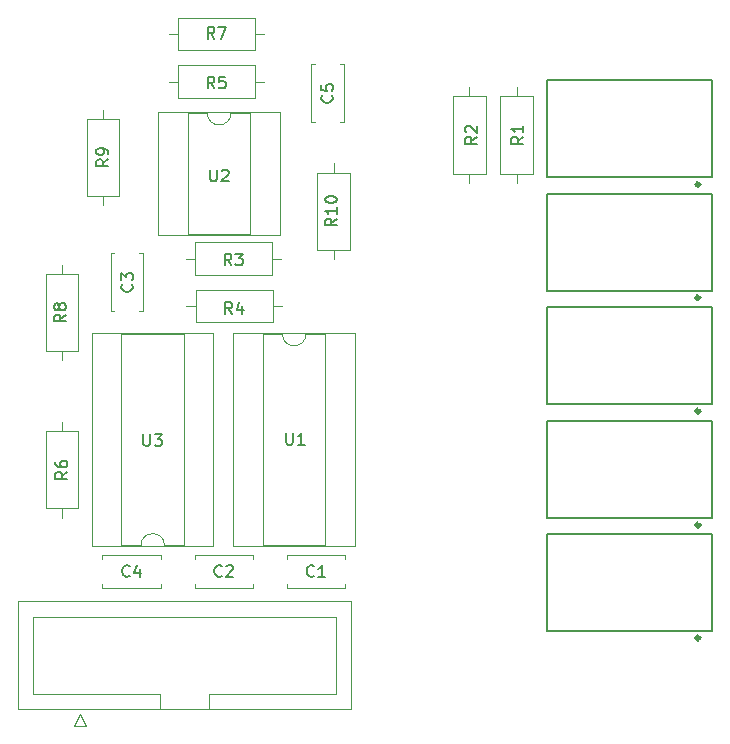
<source format=gbr>
G04 #@! TF.GenerationSoftware,KiCad,Pcbnew,(5.1.6)-1*
G04 #@! TF.CreationDate,2020-11-07T02:00:21+01:00*
G04 #@! TF.ProjectId,Mouse module 2,4d6f7573-6520-46d6-9f64-756c6520322e,rev?*
G04 #@! TF.SameCoordinates,Original*
G04 #@! TF.FileFunction,Legend,Top*
G04 #@! TF.FilePolarity,Positive*
%FSLAX46Y46*%
G04 Gerber Fmt 4.6, Leading zero omitted, Abs format (unit mm)*
G04 Created by KiCad (PCBNEW (5.1.6)-1) date 2020-11-07 02:00:21*
%MOMM*%
%LPD*%
G01*
G04 APERTURE LIST*
%ADD10C,0.340000*%
%ADD11C,0.127000*%
%ADD12C,0.120000*%
%ADD13C,0.150000*%
G04 APERTURE END LIST*
D10*
X85508000Y-75100000D02*
G75*
G03*
X85508000Y-75100000I-170000J0D01*
G01*
D11*
X86538000Y-74200000D02*
X86538000Y-74500000D01*
X86538000Y-68200000D02*
X86538000Y-74200000D01*
X86538000Y-66300000D02*
X86538000Y-68200000D01*
X72538000Y-66300000D02*
X86538000Y-66300000D01*
X72538000Y-74500000D02*
X72538000Y-66300000D01*
X86538000Y-74500000D02*
X72538000Y-74500000D01*
D10*
X85508000Y-65550000D02*
G75*
G03*
X85508000Y-65550000I-170000J0D01*
G01*
D11*
X86538000Y-64650000D02*
X86538000Y-64950000D01*
X86538000Y-58650000D02*
X86538000Y-64650000D01*
X86538000Y-56750000D02*
X86538000Y-58650000D01*
X72538000Y-56750000D02*
X86538000Y-56750000D01*
X72538000Y-64950000D02*
X72538000Y-56750000D01*
X86538000Y-64950000D02*
X72538000Y-64950000D01*
D10*
X85508000Y-55900000D02*
G75*
G03*
X85508000Y-55900000I-170000J0D01*
G01*
D11*
X86538000Y-55000000D02*
X86538000Y-55300000D01*
X86538000Y-49000000D02*
X86538000Y-55000000D01*
X86538000Y-47100000D02*
X86538000Y-49000000D01*
X72538000Y-47100000D02*
X86538000Y-47100000D01*
X72538000Y-55300000D02*
X72538000Y-47100000D01*
X86538000Y-55300000D02*
X72538000Y-55300000D01*
D10*
X85508000Y-46300000D02*
G75*
G03*
X85508000Y-46300000I-170000J0D01*
G01*
D11*
X86538000Y-45400000D02*
X86538000Y-45700000D01*
X86538000Y-39400000D02*
X86538000Y-45400000D01*
X86538000Y-37500000D02*
X86538000Y-39400000D01*
X72538000Y-37500000D02*
X86538000Y-37500000D01*
X72538000Y-45700000D02*
X72538000Y-37500000D01*
X86538000Y-45700000D02*
X72538000Y-45700000D01*
D10*
X85508000Y-36700000D02*
G75*
G03*
X85508000Y-36700000I-170000J0D01*
G01*
D11*
X86538000Y-35800000D02*
X86538000Y-36100000D01*
X86538000Y-29800000D02*
X86538000Y-35800000D01*
X86538000Y-27900000D02*
X86538000Y-29800000D01*
X72538000Y-27900000D02*
X86538000Y-27900000D01*
X72538000Y-36100000D02*
X72538000Y-27900000D01*
X86538000Y-36100000D02*
X72538000Y-36100000D01*
D12*
X50530000Y-68130000D02*
X55470000Y-68130000D01*
X50530000Y-70870000D02*
X55470000Y-70870000D01*
X50530000Y-68130000D02*
X50530000Y-68445000D01*
X50530000Y-70555000D02*
X50530000Y-70870000D01*
X55470000Y-68130000D02*
X55470000Y-68445000D01*
X55470000Y-70555000D02*
X55470000Y-70870000D01*
X47670000Y-70870000D02*
X42730000Y-70870000D01*
X47670000Y-68130000D02*
X42730000Y-68130000D01*
X47670000Y-70870000D02*
X47670000Y-70555000D01*
X47670000Y-68445000D02*
X47670000Y-68130000D01*
X42730000Y-70870000D02*
X42730000Y-70555000D01*
X42730000Y-68445000D02*
X42730000Y-68130000D01*
X38055000Y-42530000D02*
X38370000Y-42530000D01*
X35630000Y-42530000D02*
X35945000Y-42530000D01*
X38055000Y-47470000D02*
X38370000Y-47470000D01*
X35630000Y-47470000D02*
X35945000Y-47470000D01*
X38370000Y-47470000D02*
X38370000Y-42530000D01*
X35630000Y-47470000D02*
X35630000Y-42530000D01*
X39870000Y-70555000D02*
X39870000Y-70870000D01*
X39870000Y-68130000D02*
X39870000Y-68445000D01*
X34930000Y-70555000D02*
X34930000Y-70870000D01*
X34930000Y-68130000D02*
X34930000Y-68445000D01*
X34930000Y-70870000D02*
X39870000Y-70870000D01*
X34930000Y-68130000D02*
X39870000Y-68130000D01*
X55370000Y-26530000D02*
X55370000Y-31470000D01*
X52630000Y-26530000D02*
X52630000Y-31470000D01*
X55370000Y-26530000D02*
X55055000Y-26530000D01*
X52945000Y-26530000D02*
X52630000Y-26530000D01*
X55370000Y-31470000D02*
X55055000Y-31470000D01*
X52945000Y-31470000D02*
X52630000Y-31470000D01*
X27790000Y-81140000D02*
X27790000Y-72020000D01*
X27790000Y-72020000D02*
X55990000Y-72020000D01*
X55990000Y-72020000D02*
X55990000Y-81140000D01*
X55990000Y-81140000D02*
X27790000Y-81140000D01*
X39840000Y-81140000D02*
X39840000Y-79830000D01*
X39840000Y-79830000D02*
X29090000Y-79830000D01*
X29090000Y-79830000D02*
X29090000Y-73330000D01*
X29090000Y-73330000D02*
X54690000Y-73330000D01*
X54690000Y-73330000D02*
X54690000Y-79830000D01*
X54690000Y-79830000D02*
X43940000Y-79830000D01*
X43940000Y-79830000D02*
X43940000Y-79830000D01*
X43940000Y-79830000D02*
X43940000Y-81140000D01*
X33000000Y-81530000D02*
X32500000Y-82530000D01*
X32500000Y-82530000D02*
X33500000Y-82530000D01*
X33500000Y-82530000D02*
X33000000Y-81530000D01*
X70000000Y-36560000D02*
X70000000Y-35790000D01*
X70000000Y-28480000D02*
X70000000Y-29250000D01*
X71370000Y-35790000D02*
X71370000Y-29250000D01*
X68630000Y-35790000D02*
X71370000Y-35790000D01*
X68630000Y-29250000D02*
X68630000Y-35790000D01*
X71370000Y-29250000D02*
X68630000Y-29250000D01*
X64630000Y-35790000D02*
X67370000Y-35790000D01*
X67370000Y-35790000D02*
X67370000Y-29250000D01*
X67370000Y-29250000D02*
X64630000Y-29250000D01*
X64630000Y-29250000D02*
X64630000Y-35790000D01*
X66000000Y-36560000D02*
X66000000Y-35790000D01*
X66000000Y-28480000D02*
X66000000Y-29250000D01*
X49290000Y-44370000D02*
X49290000Y-41630000D01*
X49290000Y-41630000D02*
X42750000Y-41630000D01*
X42750000Y-41630000D02*
X42750000Y-44370000D01*
X42750000Y-44370000D02*
X49290000Y-44370000D01*
X50060000Y-43000000D02*
X49290000Y-43000000D01*
X41980000Y-43000000D02*
X42750000Y-43000000D01*
X42810000Y-45630000D02*
X42810000Y-48370000D01*
X42810000Y-48370000D02*
X49350000Y-48370000D01*
X49350000Y-48370000D02*
X49350000Y-45630000D01*
X49350000Y-45630000D02*
X42810000Y-45630000D01*
X42040000Y-47000000D02*
X42810000Y-47000000D01*
X50120000Y-47000000D02*
X49350000Y-47000000D01*
X41310000Y-26630000D02*
X41310000Y-29370000D01*
X41310000Y-29370000D02*
X47850000Y-29370000D01*
X47850000Y-29370000D02*
X47850000Y-26630000D01*
X47850000Y-26630000D02*
X41310000Y-26630000D01*
X40540000Y-28000000D02*
X41310000Y-28000000D01*
X48620000Y-28000000D02*
X47850000Y-28000000D01*
X31500000Y-64920000D02*
X31500000Y-64150000D01*
X31500000Y-56840000D02*
X31500000Y-57610000D01*
X32870000Y-64150000D02*
X32870000Y-57610000D01*
X30130000Y-64150000D02*
X32870000Y-64150000D01*
X30130000Y-57610000D02*
X30130000Y-64150000D01*
X32870000Y-57610000D02*
X30130000Y-57610000D01*
X41310000Y-22630000D02*
X41310000Y-25370000D01*
X41310000Y-25370000D02*
X47850000Y-25370000D01*
X47850000Y-25370000D02*
X47850000Y-22630000D01*
X47850000Y-22630000D02*
X41310000Y-22630000D01*
X40540000Y-24000000D02*
X41310000Y-24000000D01*
X48620000Y-24000000D02*
X47850000Y-24000000D01*
X31500000Y-51620000D02*
X31500000Y-50850000D01*
X31500000Y-43540000D02*
X31500000Y-44310000D01*
X32870000Y-50850000D02*
X32870000Y-44310000D01*
X30130000Y-50850000D02*
X32870000Y-50850000D01*
X30130000Y-44310000D02*
X30130000Y-50850000D01*
X32870000Y-44310000D02*
X30130000Y-44310000D01*
X35000000Y-30380000D02*
X35000000Y-31150000D01*
X35000000Y-38460000D02*
X35000000Y-37690000D01*
X33630000Y-31150000D02*
X33630000Y-37690000D01*
X36370000Y-31150000D02*
X33630000Y-31150000D01*
X36370000Y-37690000D02*
X36370000Y-31150000D01*
X33630000Y-37690000D02*
X36370000Y-37690000D01*
X54500000Y-43020000D02*
X54500000Y-42250000D01*
X54500000Y-34940000D02*
X54500000Y-35710000D01*
X55870000Y-42250000D02*
X55870000Y-35710000D01*
X53130000Y-42250000D02*
X55870000Y-42250000D01*
X53130000Y-35710000D02*
X53130000Y-42250000D01*
X55870000Y-35710000D02*
X53130000Y-35710000D01*
X50160000Y-49370000D02*
X48510000Y-49370000D01*
X48510000Y-49370000D02*
X48510000Y-67270000D01*
X48510000Y-67270000D02*
X53810000Y-67270000D01*
X53810000Y-67270000D02*
X53810000Y-49370000D01*
X53810000Y-49370000D02*
X52160000Y-49370000D01*
X46020000Y-49310000D02*
X46020000Y-67330000D01*
X46020000Y-67330000D02*
X56300000Y-67330000D01*
X56300000Y-67330000D02*
X56300000Y-49310000D01*
X56300000Y-49310000D02*
X46020000Y-49310000D01*
X52160000Y-49370000D02*
G75*
G02*
X50160000Y-49370000I-1000000J0D01*
G01*
X43810000Y-30670000D02*
X42160000Y-30670000D01*
X42160000Y-30670000D02*
X42160000Y-40950000D01*
X42160000Y-40950000D02*
X47460000Y-40950000D01*
X47460000Y-40950000D02*
X47460000Y-30670000D01*
X47460000Y-30670000D02*
X45810000Y-30670000D01*
X39670000Y-30610000D02*
X39670000Y-41010000D01*
X39670000Y-41010000D02*
X49950000Y-41010000D01*
X49950000Y-41010000D02*
X49950000Y-30610000D01*
X49950000Y-30610000D02*
X39670000Y-30610000D01*
X45810000Y-30670000D02*
G75*
G02*
X43810000Y-30670000I-1000000J0D01*
G01*
X34050000Y-67340000D02*
X44330000Y-67340000D01*
X34050000Y-49320000D02*
X34050000Y-67340000D01*
X44330000Y-49320000D02*
X34050000Y-49320000D01*
X44330000Y-67340000D02*
X44330000Y-49320000D01*
X36540000Y-67280000D02*
X38190000Y-67280000D01*
X36540000Y-49380000D02*
X36540000Y-67280000D01*
X41840000Y-49380000D02*
X36540000Y-49380000D01*
X41840000Y-67280000D02*
X41840000Y-49380000D01*
X40190000Y-67280000D02*
X41840000Y-67280000D01*
X38190000Y-67280000D02*
G75*
G02*
X40190000Y-67280000I1000000J0D01*
G01*
D13*
X52833333Y-69857142D02*
X52785714Y-69904761D01*
X52642857Y-69952380D01*
X52547619Y-69952380D01*
X52404761Y-69904761D01*
X52309523Y-69809523D01*
X52261904Y-69714285D01*
X52214285Y-69523809D01*
X52214285Y-69380952D01*
X52261904Y-69190476D01*
X52309523Y-69095238D01*
X52404761Y-69000000D01*
X52547619Y-68952380D01*
X52642857Y-68952380D01*
X52785714Y-69000000D01*
X52833333Y-69047619D01*
X53785714Y-69952380D02*
X53214285Y-69952380D01*
X53500000Y-69952380D02*
X53500000Y-68952380D01*
X53404761Y-69095238D01*
X53309523Y-69190476D01*
X53214285Y-69238095D01*
X45033333Y-69857142D02*
X44985714Y-69904761D01*
X44842857Y-69952380D01*
X44747619Y-69952380D01*
X44604761Y-69904761D01*
X44509523Y-69809523D01*
X44461904Y-69714285D01*
X44414285Y-69523809D01*
X44414285Y-69380952D01*
X44461904Y-69190476D01*
X44509523Y-69095238D01*
X44604761Y-69000000D01*
X44747619Y-68952380D01*
X44842857Y-68952380D01*
X44985714Y-69000000D01*
X45033333Y-69047619D01*
X45414285Y-69047619D02*
X45461904Y-69000000D01*
X45557142Y-68952380D01*
X45795238Y-68952380D01*
X45890476Y-69000000D01*
X45938095Y-69047619D01*
X45985714Y-69142857D01*
X45985714Y-69238095D01*
X45938095Y-69380952D01*
X45366666Y-69952380D01*
X45985714Y-69952380D01*
X37407142Y-45166666D02*
X37454761Y-45214285D01*
X37502380Y-45357142D01*
X37502380Y-45452380D01*
X37454761Y-45595238D01*
X37359523Y-45690476D01*
X37264285Y-45738095D01*
X37073809Y-45785714D01*
X36930952Y-45785714D01*
X36740476Y-45738095D01*
X36645238Y-45690476D01*
X36550000Y-45595238D01*
X36502380Y-45452380D01*
X36502380Y-45357142D01*
X36550000Y-45214285D01*
X36597619Y-45166666D01*
X36502380Y-44833333D02*
X36502380Y-44214285D01*
X36883333Y-44547619D01*
X36883333Y-44404761D01*
X36930952Y-44309523D01*
X36978571Y-44261904D01*
X37073809Y-44214285D01*
X37311904Y-44214285D01*
X37407142Y-44261904D01*
X37454761Y-44309523D01*
X37502380Y-44404761D01*
X37502380Y-44690476D01*
X37454761Y-44785714D01*
X37407142Y-44833333D01*
X37233333Y-69857142D02*
X37185714Y-69904761D01*
X37042857Y-69952380D01*
X36947619Y-69952380D01*
X36804761Y-69904761D01*
X36709523Y-69809523D01*
X36661904Y-69714285D01*
X36614285Y-69523809D01*
X36614285Y-69380952D01*
X36661904Y-69190476D01*
X36709523Y-69095238D01*
X36804761Y-69000000D01*
X36947619Y-68952380D01*
X37042857Y-68952380D01*
X37185714Y-69000000D01*
X37233333Y-69047619D01*
X38090476Y-69285714D02*
X38090476Y-69952380D01*
X37852380Y-68904761D02*
X37614285Y-69619047D01*
X38233333Y-69619047D01*
X54357142Y-29166666D02*
X54404761Y-29214285D01*
X54452380Y-29357142D01*
X54452380Y-29452380D01*
X54404761Y-29595238D01*
X54309523Y-29690476D01*
X54214285Y-29738095D01*
X54023809Y-29785714D01*
X53880952Y-29785714D01*
X53690476Y-29738095D01*
X53595238Y-29690476D01*
X53500000Y-29595238D01*
X53452380Y-29452380D01*
X53452380Y-29357142D01*
X53500000Y-29214285D01*
X53547619Y-29166666D01*
X53452380Y-28261904D02*
X53452380Y-28738095D01*
X53928571Y-28785714D01*
X53880952Y-28738095D01*
X53833333Y-28642857D01*
X53833333Y-28404761D01*
X53880952Y-28309523D01*
X53928571Y-28261904D01*
X54023809Y-28214285D01*
X54261904Y-28214285D01*
X54357142Y-28261904D01*
X54404761Y-28309523D01*
X54452380Y-28404761D01*
X54452380Y-28642857D01*
X54404761Y-28738095D01*
X54357142Y-28785714D01*
X70552380Y-32686666D02*
X70076190Y-33020000D01*
X70552380Y-33258095D02*
X69552380Y-33258095D01*
X69552380Y-32877142D01*
X69600000Y-32781904D01*
X69647619Y-32734285D01*
X69742857Y-32686666D01*
X69885714Y-32686666D01*
X69980952Y-32734285D01*
X70028571Y-32781904D01*
X70076190Y-32877142D01*
X70076190Y-33258095D01*
X70552380Y-31734285D02*
X70552380Y-32305714D01*
X70552380Y-32020000D02*
X69552380Y-32020000D01*
X69695238Y-32115238D01*
X69790476Y-32210476D01*
X69838095Y-32305714D01*
X66627379Y-32686666D02*
X66151189Y-33020000D01*
X66627379Y-33258095D02*
X65627379Y-33258095D01*
X65627379Y-32877142D01*
X65674999Y-32781904D01*
X65722618Y-32734285D01*
X65817856Y-32686666D01*
X65960713Y-32686666D01*
X66055951Y-32734285D01*
X66103570Y-32781904D01*
X66151189Y-32877142D01*
X66151189Y-33258095D01*
X65722618Y-32305714D02*
X65674999Y-32258095D01*
X65627379Y-32162857D01*
X65627379Y-31924761D01*
X65674999Y-31829523D01*
X65722618Y-31781904D01*
X65817856Y-31734285D01*
X65913094Y-31734285D01*
X66055951Y-31781904D01*
X66627379Y-32353333D01*
X66627379Y-31734285D01*
X45853333Y-43577381D02*
X45520000Y-43101191D01*
X45281904Y-43577381D02*
X45281904Y-42577381D01*
X45662857Y-42577381D01*
X45758095Y-42625001D01*
X45805714Y-42672620D01*
X45853333Y-42767858D01*
X45853333Y-42910715D01*
X45805714Y-43005953D01*
X45758095Y-43053572D01*
X45662857Y-43101191D01*
X45281904Y-43101191D01*
X46186666Y-42577381D02*
X46805714Y-42577381D01*
X46472380Y-42958334D01*
X46615238Y-42958334D01*
X46710476Y-43005953D01*
X46758095Y-43053572D01*
X46805714Y-43148810D01*
X46805714Y-43386905D01*
X46758095Y-43482143D01*
X46710476Y-43529762D01*
X46615238Y-43577381D01*
X46329523Y-43577381D01*
X46234285Y-43529762D01*
X46186666Y-43482143D01*
X45908332Y-47677379D02*
X45574999Y-47201189D01*
X45336903Y-47677379D02*
X45336903Y-46677379D01*
X45717856Y-46677379D01*
X45813094Y-46724999D01*
X45860713Y-46772618D01*
X45908332Y-46867856D01*
X45908332Y-47010713D01*
X45860713Y-47105951D01*
X45813094Y-47153570D01*
X45717856Y-47201189D01*
X45336903Y-47201189D01*
X46765475Y-47010713D02*
X46765475Y-47677379D01*
X46527379Y-46629760D02*
X46289284Y-47344046D01*
X46908332Y-47344046D01*
X44413333Y-28577379D02*
X44080000Y-28101189D01*
X43841904Y-28577379D02*
X43841904Y-27577379D01*
X44222857Y-27577379D01*
X44318095Y-27624999D01*
X44365714Y-27672618D01*
X44413333Y-27767856D01*
X44413333Y-27910713D01*
X44365714Y-28005951D01*
X44318095Y-28053570D01*
X44222857Y-28101189D01*
X43841904Y-28101189D01*
X45318095Y-27577379D02*
X44841904Y-27577379D01*
X44794285Y-28053570D01*
X44841904Y-28005951D01*
X44937142Y-27958332D01*
X45175238Y-27958332D01*
X45270476Y-28005951D01*
X45318095Y-28053570D01*
X45365714Y-28148808D01*
X45365714Y-28386903D01*
X45318095Y-28482141D01*
X45270476Y-28529760D01*
X45175238Y-28577379D01*
X44937142Y-28577379D01*
X44841904Y-28529760D01*
X44794285Y-28482141D01*
X31952380Y-61046666D02*
X31476190Y-61380000D01*
X31952380Y-61618095D02*
X30952380Y-61618095D01*
X30952380Y-61237142D01*
X31000000Y-61141904D01*
X31047619Y-61094285D01*
X31142857Y-61046666D01*
X31285714Y-61046666D01*
X31380952Y-61094285D01*
X31428571Y-61141904D01*
X31476190Y-61237142D01*
X31476190Y-61618095D01*
X30952380Y-60189523D02*
X30952380Y-60380000D01*
X31000000Y-60475238D01*
X31047619Y-60522857D01*
X31190476Y-60618095D01*
X31380952Y-60665714D01*
X31761904Y-60665714D01*
X31857142Y-60618095D01*
X31904761Y-60570476D01*
X31952380Y-60475238D01*
X31952380Y-60284761D01*
X31904761Y-60189523D01*
X31857142Y-60141904D01*
X31761904Y-60094285D01*
X31523809Y-60094285D01*
X31428571Y-60141904D01*
X31380952Y-60189523D01*
X31333333Y-60284761D01*
X31333333Y-60475238D01*
X31380952Y-60570476D01*
X31428571Y-60618095D01*
X31523809Y-60665714D01*
X44413333Y-24377379D02*
X44080000Y-23901189D01*
X43841904Y-24377379D02*
X43841904Y-23377379D01*
X44222857Y-23377379D01*
X44318095Y-23424999D01*
X44365714Y-23472618D01*
X44413333Y-23567856D01*
X44413333Y-23710713D01*
X44365714Y-23805951D01*
X44318095Y-23853570D01*
X44222857Y-23901189D01*
X43841904Y-23901189D01*
X44746666Y-23377379D02*
X45413333Y-23377379D01*
X44984761Y-24377379D01*
X31827381Y-47741665D02*
X31351191Y-48074999D01*
X31827381Y-48313094D02*
X30827381Y-48313094D01*
X30827381Y-47932141D01*
X30875001Y-47836903D01*
X30922620Y-47789284D01*
X31017858Y-47741665D01*
X31160715Y-47741665D01*
X31255953Y-47789284D01*
X31303572Y-47836903D01*
X31351191Y-47932141D01*
X31351191Y-48313094D01*
X31255953Y-47170237D02*
X31208334Y-47265475D01*
X31160715Y-47313094D01*
X31065477Y-47360713D01*
X31017858Y-47360713D01*
X30922620Y-47313094D01*
X30875001Y-47265475D01*
X30827381Y-47170237D01*
X30827381Y-46979760D01*
X30875001Y-46884522D01*
X30922620Y-46836903D01*
X31017858Y-46789284D01*
X31065477Y-46789284D01*
X31160715Y-46836903D01*
X31208334Y-46884522D01*
X31255953Y-46979760D01*
X31255953Y-47170237D01*
X31303572Y-47265475D01*
X31351191Y-47313094D01*
X31446429Y-47360713D01*
X31636905Y-47360713D01*
X31732143Y-47313094D01*
X31779762Y-47265475D01*
X31827381Y-47170237D01*
X31827381Y-46979760D01*
X31779762Y-46884522D01*
X31732143Y-46836903D01*
X31636905Y-46789284D01*
X31446429Y-46789284D01*
X31351191Y-46836903D01*
X31303572Y-46884522D01*
X31255953Y-46979760D01*
X35427379Y-34586666D02*
X34951189Y-34920000D01*
X35427379Y-35158095D02*
X34427379Y-35158095D01*
X34427379Y-34777142D01*
X34474999Y-34681904D01*
X34522618Y-34634285D01*
X34617856Y-34586666D01*
X34760713Y-34586666D01*
X34855951Y-34634285D01*
X34903570Y-34681904D01*
X34951189Y-34777142D01*
X34951189Y-35158095D01*
X35427379Y-34110476D02*
X35427379Y-33920000D01*
X35379760Y-33824761D01*
X35332141Y-33777142D01*
X35189284Y-33681904D01*
X34998808Y-33634285D01*
X34617856Y-33634285D01*
X34522618Y-33681904D01*
X34474999Y-33729523D01*
X34427379Y-33824761D01*
X34427379Y-34015238D01*
X34474999Y-34110476D01*
X34522618Y-34158095D01*
X34617856Y-34205714D01*
X34855951Y-34205714D01*
X34951189Y-34158095D01*
X34998808Y-34110476D01*
X35046427Y-34015238D01*
X35046427Y-33824761D01*
X34998808Y-33729523D01*
X34951189Y-33681904D01*
X34855951Y-33634285D01*
X54777381Y-39617856D02*
X54301191Y-39951189D01*
X54777381Y-40189284D02*
X53777381Y-40189284D01*
X53777381Y-39808332D01*
X53825001Y-39713094D01*
X53872620Y-39665475D01*
X53967858Y-39617856D01*
X54110715Y-39617856D01*
X54205953Y-39665475D01*
X54253572Y-39713094D01*
X54301191Y-39808332D01*
X54301191Y-40189284D01*
X54777381Y-38665475D02*
X54777381Y-39236903D01*
X54777381Y-38951189D02*
X53777381Y-38951189D01*
X53920239Y-39046427D01*
X54015477Y-39141665D01*
X54063096Y-39236903D01*
X53777381Y-38046427D02*
X53777381Y-37951189D01*
X53825001Y-37855951D01*
X53872620Y-37808332D01*
X53967858Y-37760713D01*
X54158334Y-37713094D01*
X54396429Y-37713094D01*
X54586905Y-37760713D01*
X54682143Y-37808332D01*
X54729762Y-37855951D01*
X54777381Y-37951189D01*
X54777381Y-38046427D01*
X54729762Y-38141665D01*
X54682143Y-38189284D01*
X54586905Y-38236903D01*
X54396429Y-38284522D01*
X54158334Y-38284522D01*
X53967858Y-38236903D01*
X53872620Y-38189284D01*
X53825001Y-38141665D01*
X53777381Y-38046427D01*
X50488095Y-57752380D02*
X50488095Y-58561904D01*
X50535714Y-58657142D01*
X50583333Y-58704761D01*
X50678571Y-58752380D01*
X50869047Y-58752380D01*
X50964285Y-58704761D01*
X51011904Y-58657142D01*
X51059523Y-58561904D01*
X51059523Y-57752380D01*
X52059523Y-58752380D02*
X51488095Y-58752380D01*
X51773809Y-58752380D02*
X51773809Y-57752380D01*
X51678571Y-57895238D01*
X51583333Y-57990476D01*
X51488095Y-58038095D01*
X44048095Y-35452380D02*
X44048095Y-36261904D01*
X44095714Y-36357142D01*
X44143333Y-36404761D01*
X44238571Y-36452380D01*
X44429047Y-36452380D01*
X44524285Y-36404761D01*
X44571904Y-36357142D01*
X44619523Y-36261904D01*
X44619523Y-35452380D01*
X45048095Y-35547619D02*
X45095714Y-35500000D01*
X45190952Y-35452380D01*
X45429047Y-35452380D01*
X45524285Y-35500000D01*
X45571904Y-35547619D01*
X45619523Y-35642857D01*
X45619523Y-35738095D01*
X45571904Y-35880952D01*
X45000476Y-36452380D01*
X45619523Y-36452380D01*
X38388095Y-57852380D02*
X38388095Y-58661904D01*
X38435714Y-58757142D01*
X38483333Y-58804761D01*
X38578571Y-58852380D01*
X38769047Y-58852380D01*
X38864285Y-58804761D01*
X38911904Y-58757142D01*
X38959523Y-58661904D01*
X38959523Y-57852380D01*
X39340476Y-57852380D02*
X39959523Y-57852380D01*
X39626190Y-58233333D01*
X39769047Y-58233333D01*
X39864285Y-58280952D01*
X39911904Y-58328571D01*
X39959523Y-58423809D01*
X39959523Y-58661904D01*
X39911904Y-58757142D01*
X39864285Y-58804761D01*
X39769047Y-58852380D01*
X39483333Y-58852380D01*
X39388095Y-58804761D01*
X39340476Y-58757142D01*
M02*

</source>
